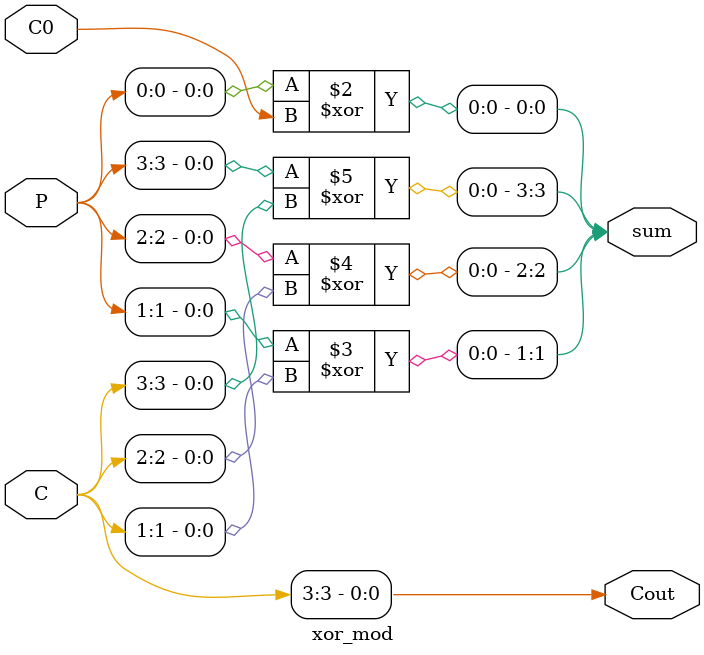
<source format=v>
`timescale 1ns / 1ps


module xor_mod(
	input      [3:0] P,
	input      [3:0] C,
	input            C0,
	output reg [3:0] sum,
	output reg       Cout
	);

always@(*)
begin
	sum[0] = P[0] ^ C0;
	sum[1] = P[1] ^ C[1];
	sum[2] = P[2] ^ C[2];
	sum[3] = P[3] ^ C[3];
	Cout   = C[3];
end
endmodule
</source>
